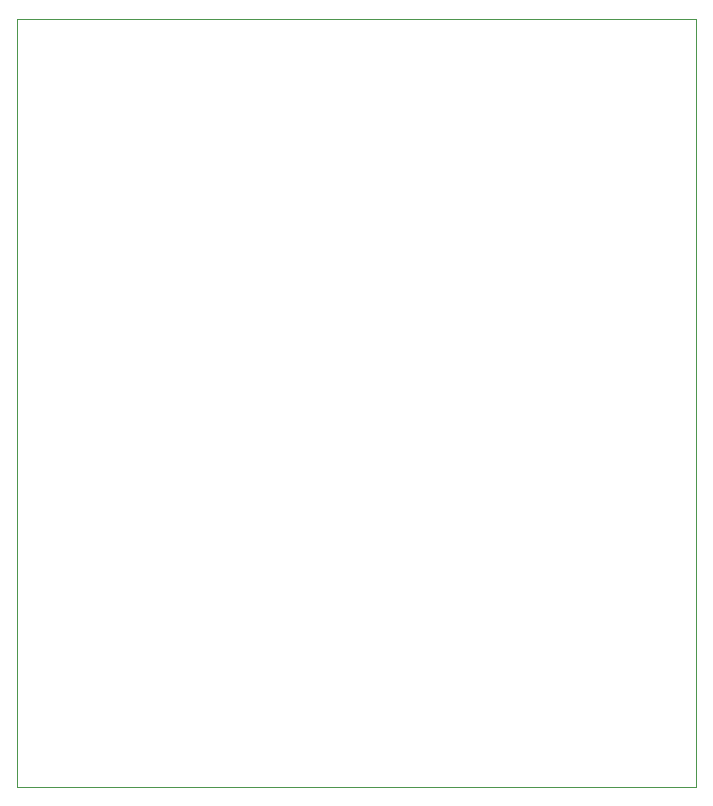
<source format=gbr>
G04*
G04 #@! TF.GenerationSoftware,Altium Limited,Altium Designer,23.0.1 (38)*
G04*
G04 Layer_Color=0*
%FSLAX44Y44*%
%MOMM*%
G71*
G04*
G04 #@! TF.SameCoordinates,E0B9C1ED-34CA-4D35-9301-72E17DFC46F4*
G04*
G04*
G04 #@! TF.FilePolarity,Positive*
G04*
G01*
G75*
%ADD39C,0.0254*%
D39*
X1250000Y925000D02*
X1243737D01*
X1775000D01*
Y275000D01*
X1471528D01*
X1200000D01*
Y925000D01*
X1275000D01*
X1250000D01*
M02*

</source>
